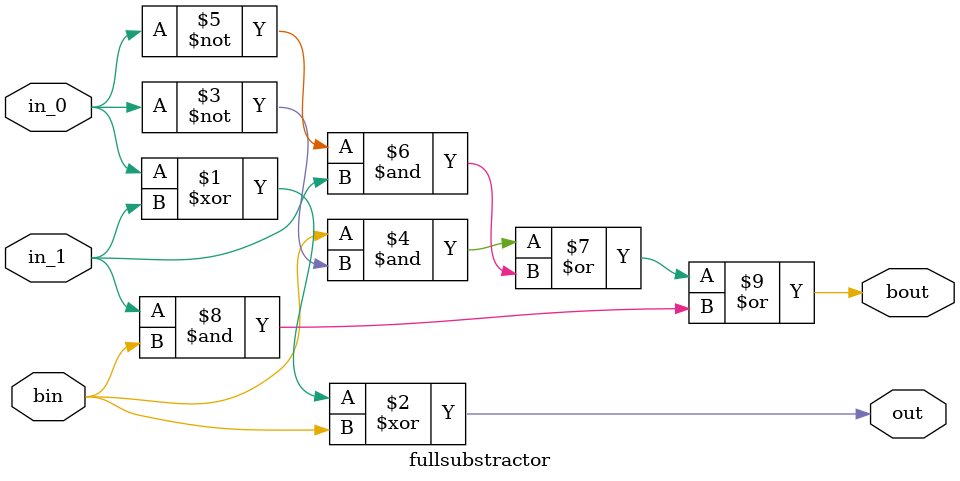
<source format=sv>
module fullsubstractor (
	input in_0,
	input in_1,
	input bin,
	
	output bout,
	output out);
	
	assign out = in_0 ^ in_1 ^ bin;
	assign bout = (bin & ~in_0) | (~in_0 & in_1) | (in_1 & bin);
endmodule
	
</source>
